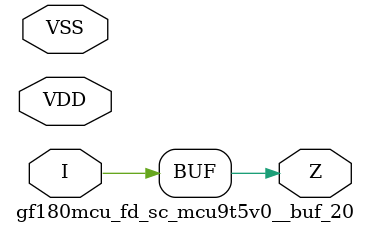
<source format=v>

module gf180mcu_fd_sc_mcu9t5v0__buf_20( I, Z, VDD, VSS );
input I;
inout VDD, VSS;
output Z;

	buf MGM_BG_0( Z, I );

endmodule

</source>
